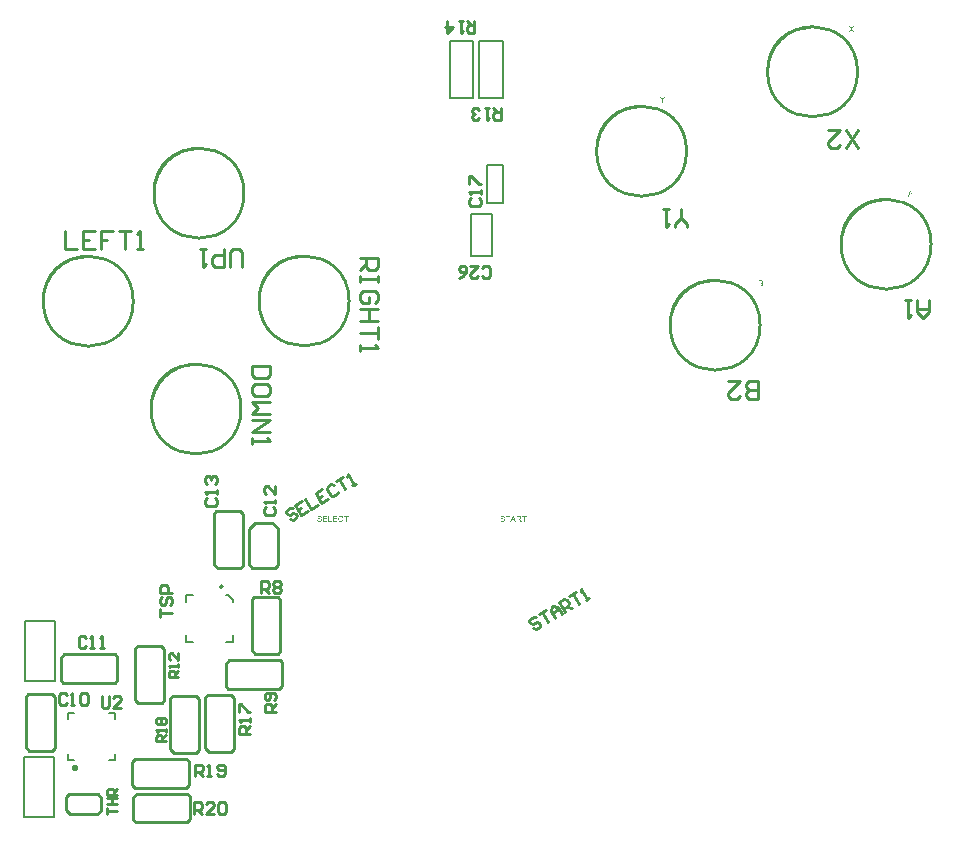
<source format=gto>
G04 Layer_Color=65535*
%FSLAX44Y44*%
%MOMM*%
G71*
G01*
G75*
%ADD26C,0.2540*%
%ADD74C,0.2000*%
%ADD76C,0.2500*%
%ADD77C,0.1270*%
%ADD78C,0.1524*%
%ADD79C,0.2032*%
G36*
X879564Y543421D02*
X879623D01*
X879682Y543416D01*
X879751Y543405D01*
X879891Y543389D01*
X880046Y543362D01*
X880191Y543325D01*
X880330Y543271D01*
X880335D01*
X880346Y543266D01*
X880362Y543255D01*
X880389Y543245D01*
X880448Y543207D01*
X880528Y543159D01*
X880614Y543094D01*
X880700Y543014D01*
X880786Y542918D01*
X880866Y542810D01*
Y542805D01*
X880877Y542794D01*
X880882Y542778D01*
X880898Y542757D01*
X880914Y542730D01*
X880930Y542692D01*
X880968Y542612D01*
X881000Y542516D01*
X881032Y542403D01*
X881054Y542285D01*
X881064Y542156D01*
Y542151D01*
Y542141D01*
Y542124D01*
Y542103D01*
X881054Y542044D01*
X881043Y541964D01*
X881021Y541872D01*
X880989Y541771D01*
X880946Y541669D01*
X880888Y541562D01*
Y541556D01*
X880882Y541551D01*
X880871Y541535D01*
X880855Y541513D01*
X880818Y541465D01*
X880759Y541401D01*
X880689Y541331D01*
X880598Y541256D01*
X880496Y541181D01*
X880373Y541111D01*
X880378D01*
X880394Y541106D01*
X880416Y541095D01*
X880448Y541085D01*
X880486Y541069D01*
X880528Y541053D01*
X880625Y541004D01*
X880737Y540945D01*
X880850Y540865D01*
X880963Y540774D01*
X881059Y540661D01*
X881064Y540656D01*
X881070Y540645D01*
X881080Y540629D01*
X881096Y540608D01*
X881118Y540575D01*
X881139Y540538D01*
X881161Y540495D01*
X881182Y540447D01*
X881225Y540340D01*
X881268Y540211D01*
X881295Y540066D01*
X881305Y539991D01*
Y539911D01*
Y539906D01*
Y539895D01*
Y539879D01*
Y539852D01*
X881300Y539820D01*
Y539788D01*
X881289Y539702D01*
X881268Y539600D01*
X881241Y539493D01*
X881204Y539375D01*
X881155Y539263D01*
Y539257D01*
X881150Y539252D01*
X881139Y539236D01*
X881129Y539214D01*
X881096Y539161D01*
X881054Y539096D01*
X881005Y539021D01*
X880941Y538946D01*
X880871Y538871D01*
X880791Y538802D01*
X880780Y538796D01*
X880753Y538775D01*
X880705Y538748D01*
X880641Y538711D01*
X880566Y538673D01*
X880475Y538630D01*
X880368Y538592D01*
X880250Y538560D01*
X880244D01*
X880234Y538555D01*
X880218D01*
X880191Y538550D01*
X880159Y538544D01*
X880121Y538534D01*
X880078Y538528D01*
X880030Y538523D01*
X879976Y538512D01*
X879912Y538507D01*
X879778Y538491D01*
X879623Y538485D01*
X879451Y538480D01*
X877570D01*
Y543427D01*
X879516D01*
X879564Y543421D01*
D02*
G37*
G36*
X675020Y343942D02*
X675079D01*
X675148Y343937D01*
X675229Y343932D01*
X675389Y343916D01*
X675556Y343889D01*
X675716Y343857D01*
X675786Y343835D01*
X675856Y343814D01*
X675861D01*
X675872Y343809D01*
X675888Y343798D01*
X675915Y343787D01*
X675979Y343755D01*
X676054Y343707D01*
X676145Y343642D01*
X676236Y343557D01*
X676327Y343460D01*
X676408Y343342D01*
Y343337D01*
X676419Y343326D01*
X676429Y343310D01*
X676440Y343283D01*
X676456Y343251D01*
X676472Y343214D01*
X676494Y343171D01*
X676515Y343122D01*
X676553Y343010D01*
X676585Y342887D01*
X676606Y342747D01*
X676617Y342597D01*
Y342592D01*
Y342576D01*
Y342544D01*
X676611Y342511D01*
X676606Y342463D01*
X676601Y342410D01*
X676590Y342351D01*
X676574Y342286D01*
X676531Y342147D01*
X676504Y342072D01*
X676472Y341997D01*
X676435Y341922D01*
X676386Y341847D01*
X676333Y341777D01*
X676274Y341708D01*
X676268Y341702D01*
X676258Y341692D01*
X676236Y341675D01*
X676209Y341649D01*
X676172Y341622D01*
X676129Y341590D01*
X676076Y341552D01*
X676011Y341515D01*
X675941Y341477D01*
X675866Y341440D01*
X675781Y341402D01*
X675684Y341365D01*
X675582Y341332D01*
X675470Y341300D01*
X675347Y341273D01*
X675218Y341252D01*
X675223D01*
X675229Y341247D01*
X675261Y341231D01*
X675309Y341204D01*
X675368Y341172D01*
X675432Y341134D01*
X675497Y341097D01*
X675561Y341048D01*
X675615Y341006D01*
X675620Y341000D01*
X675625Y340995D01*
X675641Y340979D01*
X675663Y340957D01*
X675690Y340930D01*
X675722Y340898D01*
X675791Y340823D01*
X675872Y340727D01*
X675963Y340614D01*
X676059Y340486D01*
X676156Y340346D01*
X677013Y339001D01*
X676193D01*
X675540Y340030D01*
X675534Y340036D01*
X675529Y340051D01*
X675513Y340073D01*
X675491Y340105D01*
X675470Y340143D01*
X675438Y340186D01*
X675373Y340282D01*
X675298Y340395D01*
X675223Y340507D01*
X675143Y340614D01*
X675068Y340711D01*
Y340716D01*
X675057Y340722D01*
X675036Y340748D01*
X675004Y340791D01*
X674955Y340839D01*
X674907Y340893D01*
X674848Y340947D01*
X674789Y341000D01*
X674736Y341038D01*
X674730Y341043D01*
X674709Y341054D01*
X674682Y341070D01*
X674644Y341091D01*
X674596Y341113D01*
X674548Y341134D01*
X674494Y341156D01*
X674436Y341172D01*
X674430D01*
X674414Y341177D01*
X674387Y341182D01*
X674350Y341188D01*
X674296D01*
X674232Y341193D01*
X674157Y341199D01*
X673315D01*
Y339001D01*
X672662D01*
Y343948D01*
X674961D01*
X675020Y343942D01*
D02*
G37*
G36*
X672131Y339001D02*
X671386D01*
X670813Y340496D01*
X668733D01*
X668197Y339001D01*
X667506D01*
X669398Y343948D01*
X670105D01*
X672131Y339001D01*
D02*
G37*
G36*
X956675Y756593D02*
X958530Y753999D01*
X957731D01*
X956477Y755762D01*
X956472Y755768D01*
X956461Y755789D01*
X956440Y755816D01*
X956413Y755859D01*
X956381Y755902D01*
X956349Y755950D01*
X956273Y756062D01*
Y756057D01*
X956268Y756052D01*
X956247Y756020D01*
X956220Y755977D01*
X956182Y755923D01*
X956102Y755810D01*
X956070Y755757D01*
X956038Y755714D01*
X954784Y753999D01*
X953996D01*
X955909Y756561D01*
X954221Y758946D01*
X954998D01*
X955904Y757675D01*
X955909Y757670D01*
X955914Y757660D01*
X955930Y757638D01*
X955952Y757611D01*
X955973Y757579D01*
X956000Y757542D01*
X956059Y757456D01*
X956124Y757354D01*
X956188Y757258D01*
X956252Y757156D01*
X956300Y757070D01*
Y757075D01*
X956306Y757081D01*
X956316Y757097D01*
X956332Y757118D01*
X956365Y757166D01*
X956413Y757236D01*
X956472Y757322D01*
X956536Y757418D01*
X956617Y757520D01*
X956697Y757627D01*
X957683Y758946D01*
X958396D01*
X956675Y756593D01*
D02*
G37*
G36*
X681183Y343364D02*
X679554D01*
Y339001D01*
X678900D01*
Y343364D01*
X677271D01*
Y343948D01*
X681183D01*
Y343364D01*
D02*
G37*
G36*
X661064Y344028D02*
X661123Y344023D01*
X661182Y344017D01*
X661251Y344012D01*
X661402Y343991D01*
X661568Y343959D01*
X661734Y343910D01*
X661895Y343851D01*
X661900D01*
X661911Y343841D01*
X661937Y343835D01*
X661964Y343819D01*
X661996Y343798D01*
X662039Y343776D01*
X662130Y343723D01*
X662237Y343648D01*
X662345Y343557D01*
X662447Y343455D01*
X662538Y343331D01*
X662543Y343326D01*
X662548Y343315D01*
X662559Y343299D01*
X662575Y343273D01*
X662591Y343240D01*
X662613Y343203D01*
X662629Y343155D01*
X662656Y343106D01*
X662698Y342994D01*
X662736Y342860D01*
X662768Y342715D01*
X662784Y342554D01*
X662157Y342506D01*
Y342511D01*
X662152Y342528D01*
Y342549D01*
X662146Y342581D01*
X662136Y342624D01*
X662125Y342667D01*
X662093Y342769D01*
X662050Y342881D01*
X661986Y342999D01*
X661911Y343112D01*
X661862Y343160D01*
X661809Y343208D01*
X661803Y343214D01*
X661798Y343219D01*
X661777Y343230D01*
X661755Y343246D01*
X661723Y343262D01*
X661685Y343283D01*
X661643Y343305D01*
X661594Y343331D01*
X661535Y343353D01*
X661471Y343374D01*
X661402Y343396D01*
X661326Y343412D01*
X661241Y343428D01*
X661150Y343439D01*
X661053Y343449D01*
X660898D01*
X660855Y343444D01*
X660807D01*
X660753Y343439D01*
X660689Y343433D01*
X660624Y343423D01*
X660480Y343396D01*
X660340Y343358D01*
X660206Y343305D01*
X660142Y343267D01*
X660088Y343230D01*
X660083D01*
X660078Y343219D01*
X660045Y343192D01*
X660003Y343144D01*
X659954Y343080D01*
X659906Y343005D01*
X659863Y342914D01*
X659831Y342817D01*
X659826Y342763D01*
X659820Y342704D01*
Y342699D01*
Y342694D01*
X659826Y342662D01*
X659831Y342613D01*
X659842Y342554D01*
X659869Y342485D01*
X659901Y342410D01*
X659944Y342340D01*
X660008Y342270D01*
X660019Y342265D01*
X660030Y342254D01*
X660051Y342238D01*
X660078Y342222D01*
X660110Y342206D01*
X660153Y342185D01*
X660201Y342158D01*
X660260Y342131D01*
X660330Y342104D01*
X660410Y342077D01*
X660501Y342045D01*
X660608Y342013D01*
X660721Y341981D01*
X660850Y341943D01*
X660994Y341911D01*
X661005D01*
X661032Y341906D01*
X661069Y341895D01*
X661123Y341879D01*
X661187Y341868D01*
X661262Y341847D01*
X661342Y341831D01*
X661428Y341804D01*
X661610Y341756D01*
X661793Y341708D01*
X661879Y341681D01*
X661954Y341654D01*
X662029Y341627D01*
X662087Y341600D01*
X662093D01*
X662109Y341590D01*
X662130Y341579D01*
X662157Y341563D01*
X662195Y341547D01*
X662237Y341520D01*
X662329Y341461D01*
X662436Y341391D01*
X662538Y341306D01*
X662639Y341204D01*
X662682Y341150D01*
X662725Y341097D01*
Y341091D01*
X662736Y341081D01*
X662747Y341064D01*
X662757Y341043D01*
X662774Y341016D01*
X662790Y340979D01*
X662832Y340893D01*
X662870Y340791D01*
X662902Y340673D01*
X662924Y340539D01*
X662934Y340395D01*
Y340389D01*
Y340378D01*
Y340357D01*
X662929Y340330D01*
Y340293D01*
X662924Y340255D01*
X662907Y340153D01*
X662881Y340041D01*
X662838Y339918D01*
X662779Y339789D01*
X662747Y339719D01*
X662704Y339655D01*
Y339650D01*
X662693Y339639D01*
X662682Y339623D01*
X662661Y339596D01*
X662613Y339537D01*
X662538Y339457D01*
X662447Y339371D01*
X662334Y339280D01*
X662205Y339194D01*
X662055Y339114D01*
X662050D01*
X662034Y339103D01*
X662012Y339098D01*
X661980Y339081D01*
X661943Y339071D01*
X661895Y339055D01*
X661841Y339033D01*
X661777Y339017D01*
X661712Y339001D01*
X661637Y338980D01*
X661477Y338953D01*
X661300Y338931D01*
X661107Y338921D01*
X661042D01*
X660994Y338926D01*
X660935D01*
X660871Y338931D01*
X660796Y338937D01*
X660710Y338947D01*
X660533Y338969D01*
X660346Y339001D01*
X660158Y339049D01*
X659976Y339114D01*
X659970D01*
X659954Y339124D01*
X659933Y339135D01*
X659901Y339151D01*
X659863Y339173D01*
X659820Y339194D01*
X659719Y339258D01*
X659606Y339339D01*
X659488Y339441D01*
X659370Y339558D01*
X659268Y339698D01*
X659263Y339703D01*
X659258Y339714D01*
X659247Y339735D01*
X659231Y339767D01*
X659210Y339805D01*
X659188Y339848D01*
X659161Y339902D01*
X659140Y339960D01*
X659113Y340019D01*
X659092Y340089D01*
X659049Y340244D01*
X659016Y340411D01*
X659006Y340502D01*
X659000Y340593D01*
X659617Y340646D01*
Y340641D01*
Y340630D01*
X659622Y340609D01*
X659628Y340582D01*
X659633Y340550D01*
X659638Y340518D01*
X659660Y340427D01*
X659687Y340330D01*
X659719Y340228D01*
X659762Y340127D01*
X659815Y340030D01*
X659820Y340019D01*
X659847Y339993D01*
X659885Y339950D01*
X659938Y339896D01*
X660008Y339832D01*
X660094Y339773D01*
X660196Y339709D01*
X660313Y339650D01*
X660319D01*
X660330Y339644D01*
X660346Y339639D01*
X660372Y339628D01*
X660405Y339617D01*
X660442Y339601D01*
X660485Y339591D01*
X660533Y339580D01*
X660646Y339553D01*
X660780Y339526D01*
X660919Y339510D01*
X661075Y339505D01*
X661139D01*
X661171Y339510D01*
X661208D01*
X661294Y339521D01*
X661396Y339532D01*
X661509Y339548D01*
X661621Y339575D01*
X661728Y339612D01*
X661734D01*
X661739Y339617D01*
X661755Y339623D01*
X661777Y339633D01*
X661825Y339660D01*
X661889Y339692D01*
X661959Y339735D01*
X662034Y339789D01*
X662098Y339848D01*
X662157Y339918D01*
X662162Y339928D01*
X662179Y339950D01*
X662205Y339993D01*
X662232Y340046D01*
X662254Y340111D01*
X662280Y340180D01*
X662297Y340261D01*
X662302Y340341D01*
Y340346D01*
Y340352D01*
Y340378D01*
X662297Y340427D01*
X662286Y340480D01*
X662270Y340545D01*
X662243Y340614D01*
X662211Y340684D01*
X662162Y340748D01*
X662157Y340754D01*
X662136Y340775D01*
X662104Y340807D01*
X662055Y340850D01*
X661996Y340893D01*
X661916Y340941D01*
X661825Y340989D01*
X661718Y341038D01*
X661707Y341043D01*
X661696Y341048D01*
X661675Y341054D01*
X661653Y341059D01*
X661621Y341070D01*
X661578Y341086D01*
X661535Y341097D01*
X661477Y341113D01*
X661417Y341134D01*
X661342Y341150D01*
X661262Y341172D01*
X661171Y341199D01*
X661075Y341220D01*
X660962Y341252D01*
X660839Y341279D01*
X660833D01*
X660812Y341284D01*
X660774Y341295D01*
X660732Y341306D01*
X660673Y341322D01*
X660608Y341338D01*
X660544Y341359D01*
X660469Y341381D01*
X660308Y341429D01*
X660153Y341483D01*
X660078Y341509D01*
X660008Y341536D01*
X659944Y341563D01*
X659890Y341590D01*
X659885D01*
X659874Y341600D01*
X659858Y341611D01*
X659831Y341622D01*
X659767Y341659D01*
X659692Y341713D01*
X659601Y341783D01*
X659515Y341858D01*
X659429Y341949D01*
X659360Y342045D01*
Y342051D01*
X659354Y342056D01*
X659343Y342072D01*
X659333Y342094D01*
X659306Y342152D01*
X659274Y342228D01*
X659242Y342319D01*
X659215Y342426D01*
X659193Y342544D01*
X659188Y342667D01*
Y342672D01*
Y342683D01*
Y342704D01*
X659193Y342731D01*
Y342763D01*
X659199Y342801D01*
X659215Y342897D01*
X659242Y343005D01*
X659274Y343117D01*
X659327Y343240D01*
X659397Y343364D01*
Y343369D01*
X659408Y343380D01*
X659418Y343396D01*
X659435Y343417D01*
X659488Y343476D01*
X659558Y343551D01*
X659644Y343632D01*
X659751Y343712D01*
X659874Y343792D01*
X660019Y343862D01*
X660024D01*
X660035Y343867D01*
X660062Y343878D01*
X660088Y343889D01*
X660126Y343900D01*
X660174Y343916D01*
X660228Y343932D01*
X660287Y343948D01*
X660351Y343964D01*
X660421Y343980D01*
X660571Y344007D01*
X660742Y344028D01*
X660925Y344034D01*
X661016D01*
X661064Y344028D01*
D02*
G37*
G36*
X796561Y696089D02*
Y693999D01*
X795907D01*
Y696089D01*
X793999Y698946D01*
X794792D01*
X795768Y697451D01*
X795773Y697445D01*
X795778Y697434D01*
X795794Y697408D01*
X795816Y697381D01*
X795837Y697343D01*
X795864Y697295D01*
X795896Y697247D01*
X795934Y697188D01*
X796009Y697065D01*
X796094Y696925D01*
X796186Y696775D01*
X796271Y696620D01*
X796277Y696625D01*
X796282Y696636D01*
X796293Y696657D01*
X796314Y696690D01*
X796336Y696722D01*
X796357Y696765D01*
X796389Y696818D01*
X796421Y696872D01*
X796459Y696931D01*
X796502Y697000D01*
X796593Y697145D01*
X796700Y697311D01*
X796813Y697488D01*
X797772Y698946D01*
X798533D01*
X796561Y696089D01*
D02*
G37*
G36*
X1008626Y613999D02*
X1007881D01*
X1007308Y615495D01*
X1005228D01*
X1004692Y613999D01*
X1004001D01*
X1005893Y618946D01*
X1006600D01*
X1008626Y613999D01*
D02*
G37*
G36*
X530416Y343364D02*
X528787D01*
Y339001D01*
X528133D01*
Y343364D01*
X526504D01*
Y343948D01*
X530416D01*
Y343364D01*
D02*
G37*
G36*
X524151Y344028D02*
X524215Y344023D01*
X524290Y344012D01*
X524371Y344001D01*
X524462Y343985D01*
X524558Y343964D01*
X524660Y343942D01*
X524762Y343910D01*
X524869Y343873D01*
X524976Y343830D01*
X525078Y343776D01*
X525180Y343723D01*
X525276Y343653D01*
X525282Y343648D01*
X525298Y343637D01*
X525325Y343615D01*
X525357Y343583D01*
X525400Y343546D01*
X525448Y343498D01*
X525496Y343444D01*
X525555Y343380D01*
X525614Y343310D01*
X525673Y343230D01*
X525732Y343144D01*
X525785Y343047D01*
X525844Y342946D01*
X525893Y342833D01*
X525941Y342715D01*
X525984Y342592D01*
X525341Y342442D01*
Y342447D01*
X525330Y342463D01*
X525325Y342495D01*
X525308Y342533D01*
X525292Y342576D01*
X525266Y342624D01*
X525212Y342742D01*
X525142Y342871D01*
X525051Y343005D01*
X524955Y343128D01*
X524896Y343181D01*
X524837Y343230D01*
X524832Y343235D01*
X524821Y343240D01*
X524805Y343251D01*
X524778Y343267D01*
X524746Y343289D01*
X524708Y343310D01*
X524665Y343331D01*
X524612Y343353D01*
X524553Y343374D01*
X524494Y343396D01*
X524355Y343439D01*
X524194Y343465D01*
X524108Y343476D01*
X523963D01*
X523920Y343471D01*
X523872Y343465D01*
X523813Y343460D01*
X523749Y343455D01*
X523685Y343444D01*
X523529Y343406D01*
X523368Y343358D01*
X523288Y343326D01*
X523208Y343289D01*
X523133Y343246D01*
X523058Y343198D01*
X523052Y343192D01*
X523041Y343187D01*
X523020Y343171D01*
X522993Y343149D01*
X522966Y343122D01*
X522929Y343085D01*
X522891Y343047D01*
X522849Y343005D01*
X522806Y342951D01*
X522757Y342897D01*
X522672Y342774D01*
X522591Y342629D01*
X522522Y342463D01*
Y342458D01*
X522516Y342442D01*
X522505Y342415D01*
X522500Y342383D01*
X522489Y342340D01*
X522473Y342292D01*
X522463Y342233D01*
X522447Y342174D01*
X522430Y342104D01*
X522420Y342029D01*
X522393Y341868D01*
X522377Y341697D01*
X522371Y341515D01*
Y341509D01*
Y341488D01*
Y341456D01*
X522377Y341408D01*
Y341354D01*
X522382Y341290D01*
X522388Y341220D01*
X522393Y341139D01*
X522404Y341054D01*
X522414Y340968D01*
X522447Y340780D01*
X522495Y340593D01*
X522554Y340411D01*
Y340405D01*
X522565Y340389D01*
X522575Y340368D01*
X522586Y340336D01*
X522607Y340293D01*
X522634Y340250D01*
X522693Y340148D01*
X522774Y340030D01*
X522870Y339918D01*
X522988Y339805D01*
X523052Y339757D01*
X523122Y339709D01*
X523127D01*
X523138Y339698D01*
X523159Y339687D01*
X523191Y339671D01*
X523229Y339655D01*
X523272Y339633D01*
X523320Y339617D01*
X523374Y339596D01*
X523497Y339553D01*
X523642Y339516D01*
X523797Y339489D01*
X523877Y339483D01*
X523963Y339478D01*
X524017D01*
X524054Y339483D01*
X524103Y339489D01*
X524156Y339494D01*
X524221Y339505D01*
X524285Y339516D01*
X524435Y339553D01*
X524510Y339580D01*
X524590Y339612D01*
X524671Y339650D01*
X524746Y339692D01*
X524821Y339741D01*
X524896Y339794D01*
X524901Y339800D01*
X524912Y339810D01*
X524933Y339826D01*
X524960Y339853D01*
X524987Y339885D01*
X525024Y339928D01*
X525062Y339977D01*
X525105Y340030D01*
X525148Y340094D01*
X525191Y340164D01*
X525233Y340239D01*
X525276Y340325D01*
X525314Y340416D01*
X525351Y340518D01*
X525389Y340625D01*
X525416Y340737D01*
X526069Y340571D01*
Y340561D01*
X526059Y340534D01*
X526048Y340496D01*
X526027Y340437D01*
X526005Y340373D01*
X525973Y340293D01*
X525941Y340207D01*
X525898Y340116D01*
X525850Y340014D01*
X525796Y339918D01*
X525737Y339810D01*
X525668Y339709D01*
X525592Y339612D01*
X525512Y339516D01*
X525421Y339425D01*
X525325Y339339D01*
X525319Y339333D01*
X525298Y339323D01*
X525271Y339301D01*
X525228Y339274D01*
X525180Y339242D01*
X525116Y339205D01*
X525046Y339167D01*
X524960Y339130D01*
X524869Y339092D01*
X524772Y339055D01*
X524665Y339017D01*
X524547Y338985D01*
X524424Y338958D01*
X524296Y338937D01*
X524162Y338926D01*
X524017Y338921D01*
X523942D01*
X523883Y338926D01*
X523819Y338931D01*
X523738Y338937D01*
X523652Y338947D01*
X523556Y338964D01*
X523454Y338980D01*
X523347Y339001D01*
X523240Y339028D01*
X523133Y339055D01*
X523020Y339092D01*
X522913Y339135D01*
X522811Y339183D01*
X522715Y339242D01*
X522709Y339248D01*
X522693Y339258D01*
X522666Y339274D01*
X522634Y339301D01*
X522591Y339339D01*
X522543Y339376D01*
X522489Y339425D01*
X522430Y339483D01*
X522371Y339548D01*
X522307Y339617D01*
X522248Y339692D01*
X522184Y339778D01*
X522120Y339869D01*
X522061Y339966D01*
X522007Y340073D01*
X521954Y340186D01*
X521948Y340191D01*
X521943Y340212D01*
X521932Y340250D01*
X521916Y340293D01*
X521894Y340352D01*
X521873Y340416D01*
X521852Y340496D01*
X521825Y340582D01*
X521803Y340679D01*
X521777Y340780D01*
X521755Y340888D01*
X521739Y341006D01*
X521707Y341252D01*
X521702Y341381D01*
X521696Y341509D01*
Y341520D01*
Y341541D01*
Y341584D01*
X521702Y341638D01*
X521707Y341708D01*
X521712Y341788D01*
X521723Y341874D01*
X521734Y341970D01*
X521750Y342072D01*
X521766Y342179D01*
X521819Y342410D01*
X521857Y342522D01*
X521894Y342635D01*
X521937Y342753D01*
X521991Y342860D01*
X521996Y342865D01*
X522007Y342887D01*
X522023Y342914D01*
X522045Y342956D01*
X522077Y343005D01*
X522114Y343058D01*
X522157Y343117D01*
X522205Y343187D01*
X522264Y343251D01*
X522323Y343326D01*
X522393Y343396D01*
X522468Y343471D01*
X522548Y343540D01*
X522634Y343610D01*
X522731Y343675D01*
X522827Y343733D01*
X522832Y343739D01*
X522854Y343744D01*
X522881Y343760D01*
X522924Y343782D01*
X522972Y343803D01*
X523036Y343830D01*
X523106Y343857D01*
X523181Y343884D01*
X523266Y343910D01*
X523363Y343937D01*
X523460Y343964D01*
X523567Y343985D01*
X523786Y344023D01*
X523904Y344028D01*
X524028Y344034D01*
X524097D01*
X524151Y344028D01*
D02*
G37*
G36*
X506063D02*
X506122Y344023D01*
X506181Y344017D01*
X506250Y344012D01*
X506400Y343991D01*
X506567Y343959D01*
X506733Y343910D01*
X506894Y343851D01*
X506899D01*
X506910Y343841D01*
X506936Y343835D01*
X506963Y343819D01*
X506995Y343798D01*
X507038Y343776D01*
X507129Y343723D01*
X507237Y343648D01*
X507344Y343557D01*
X507446Y343455D01*
X507537Y343331D01*
X507542Y343326D01*
X507547Y343315D01*
X507558Y343299D01*
X507574Y343273D01*
X507590Y343240D01*
X507612Y343203D01*
X507628Y343155D01*
X507655Y343106D01*
X507697Y342994D01*
X507735Y342860D01*
X507767Y342715D01*
X507783Y342554D01*
X507156Y342506D01*
Y342511D01*
X507151Y342528D01*
Y342549D01*
X507146Y342581D01*
X507135Y342624D01*
X507124Y342667D01*
X507092Y342769D01*
X507049Y342881D01*
X506985Y342999D01*
X506910Y343112D01*
X506861Y343160D01*
X506808Y343208D01*
X506802Y343214D01*
X506797Y343219D01*
X506776Y343230D01*
X506754Y343246D01*
X506722Y343262D01*
X506685Y343283D01*
X506642Y343305D01*
X506593Y343331D01*
X506535Y343353D01*
X506470Y343374D01*
X506400Y343396D01*
X506325Y343412D01*
X506240Y343428D01*
X506149Y343439D01*
X506052Y343449D01*
X505897D01*
X505854Y343444D01*
X505806D01*
X505752Y343439D01*
X505688Y343433D01*
X505623Y343423D01*
X505479Y343396D01*
X505339Y343358D01*
X505205Y343305D01*
X505141Y343267D01*
X505088Y343230D01*
X505082D01*
X505077Y343219D01*
X505045Y343192D01*
X505002Y343144D01*
X504953Y343080D01*
X504905Y343005D01*
X504862Y342914D01*
X504830Y342817D01*
X504825Y342763D01*
X504819Y342704D01*
Y342699D01*
Y342694D01*
X504825Y342662D01*
X504830Y342613D01*
X504841Y342554D01*
X504868Y342485D01*
X504900Y342410D01*
X504943Y342340D01*
X505007Y342270D01*
X505018Y342265D01*
X505028Y342254D01*
X505050Y342238D01*
X505077Y342222D01*
X505109Y342206D01*
X505152Y342185D01*
X505200Y342158D01*
X505259Y342131D01*
X505329Y342104D01*
X505409Y342077D01*
X505500Y342045D01*
X505607Y342013D01*
X505720Y341981D01*
X505849Y341943D01*
X505993Y341911D01*
X506004D01*
X506031Y341906D01*
X506068Y341895D01*
X506122Y341879D01*
X506186Y341868D01*
X506261Y341847D01*
X506342Y341831D01*
X506427Y341804D01*
X506609Y341756D01*
X506792Y341708D01*
X506878Y341681D01*
X506953Y341654D01*
X507028Y341627D01*
X507086Y341600D01*
X507092D01*
X507108Y341590D01*
X507129Y341579D01*
X507156Y341563D01*
X507194Y341547D01*
X507237Y341520D01*
X507328Y341461D01*
X507435Y341391D01*
X507537Y341306D01*
X507639Y341204D01*
X507681Y341150D01*
X507724Y341097D01*
Y341091D01*
X507735Y341081D01*
X507746Y341064D01*
X507756Y341043D01*
X507772Y341016D01*
X507789Y340979D01*
X507831Y340893D01*
X507869Y340791D01*
X507901Y340673D01*
X507923Y340539D01*
X507933Y340395D01*
Y340389D01*
Y340378D01*
Y340357D01*
X507928Y340330D01*
Y340293D01*
X507923Y340255D01*
X507906Y340153D01*
X507880Y340041D01*
X507837Y339918D01*
X507778Y339789D01*
X507746Y339719D01*
X507703Y339655D01*
Y339650D01*
X507692Y339639D01*
X507681Y339623D01*
X507660Y339596D01*
X507612Y339537D01*
X507537Y339457D01*
X507446Y339371D01*
X507333Y339280D01*
X507204Y339194D01*
X507054Y339114D01*
X507049D01*
X507033Y339103D01*
X507011Y339098D01*
X506979Y339081D01*
X506942Y339071D01*
X506894Y339055D01*
X506840Y339033D01*
X506776Y339017D01*
X506711Y339001D01*
X506636Y338980D01*
X506475Y338953D01*
X506299Y338931D01*
X506106Y338921D01*
X506041D01*
X505993Y338926D01*
X505934D01*
X505870Y338931D01*
X505795Y338937D01*
X505709Y338947D01*
X505532Y338969D01*
X505345Y339001D01*
X505157Y339049D01*
X504975Y339114D01*
X504970D01*
X504953Y339124D01*
X504932Y339135D01*
X504900Y339151D01*
X504862Y339173D01*
X504819Y339194D01*
X504718Y339258D01*
X504605Y339339D01*
X504487Y339441D01*
X504369Y339558D01*
X504268Y339698D01*
X504262Y339703D01*
X504257Y339714D01*
X504246Y339735D01*
X504230Y339767D01*
X504208Y339805D01*
X504187Y339848D01*
X504160Y339902D01*
X504139Y339960D01*
X504112Y340019D01*
X504091Y340089D01*
X504048Y340244D01*
X504016Y340411D01*
X504005Y340502D01*
X503999Y340593D01*
X504616Y340646D01*
Y340641D01*
Y340630D01*
X504621Y340609D01*
X504627Y340582D01*
X504632Y340550D01*
X504637Y340518D01*
X504659Y340427D01*
X504686Y340330D01*
X504718Y340228D01*
X504761Y340127D01*
X504814Y340030D01*
X504819Y340019D01*
X504846Y339993D01*
X504884Y339950D01*
X504937Y339896D01*
X505007Y339832D01*
X505093Y339773D01*
X505195Y339709D01*
X505313Y339650D01*
X505318D01*
X505329Y339644D01*
X505345Y339639D01*
X505372Y339628D01*
X505404Y339617D01*
X505441Y339601D01*
X505484Y339591D01*
X505532Y339580D01*
X505645Y339553D01*
X505779Y339526D01*
X505918Y339510D01*
X506074Y339505D01*
X506138D01*
X506170Y339510D01*
X506208D01*
X506293Y339521D01*
X506395Y339532D01*
X506508Y339548D01*
X506620Y339575D01*
X506727Y339612D01*
X506733D01*
X506738Y339617D01*
X506754Y339623D01*
X506776Y339633D01*
X506824Y339660D01*
X506888Y339692D01*
X506958Y339735D01*
X507033Y339789D01*
X507097Y339848D01*
X507156Y339918D01*
X507161Y339928D01*
X507178Y339950D01*
X507204Y339993D01*
X507231Y340046D01*
X507253Y340111D01*
X507280Y340180D01*
X507295Y340261D01*
X507301Y340341D01*
Y340346D01*
Y340352D01*
Y340378D01*
X507295Y340427D01*
X507285Y340480D01*
X507269Y340545D01*
X507242Y340614D01*
X507210Y340684D01*
X507161Y340748D01*
X507156Y340754D01*
X507135Y340775D01*
X507103Y340807D01*
X507054Y340850D01*
X506995Y340893D01*
X506915Y340941D01*
X506824Y340989D01*
X506717Y341038D01*
X506706Y341043D01*
X506695Y341048D01*
X506674Y341054D01*
X506652Y341059D01*
X506620Y341070D01*
X506577Y341086D01*
X506535Y341097D01*
X506475Y341113D01*
X506417Y341134D01*
X506342Y341150D01*
X506261Y341172D01*
X506170Y341199D01*
X506074Y341220D01*
X505961Y341252D01*
X505838Y341279D01*
X505832D01*
X505811Y341284D01*
X505774Y341295D01*
X505731Y341306D01*
X505672Y341322D01*
X505607Y341338D01*
X505543Y341359D01*
X505468Y341381D01*
X505307Y341429D01*
X505152Y341483D01*
X505077Y341509D01*
X505007Y341536D01*
X504943Y341563D01*
X504889Y341590D01*
X504884D01*
X504873Y341600D01*
X504857Y341611D01*
X504830Y341622D01*
X504766Y341659D01*
X504691Y341713D01*
X504600Y341783D01*
X504514Y341858D01*
X504428Y341949D01*
X504359Y342045D01*
Y342051D01*
X504353Y342056D01*
X504342Y342072D01*
X504332Y342094D01*
X504305Y342152D01*
X504273Y342228D01*
X504241Y342319D01*
X504214Y342426D01*
X504192Y342544D01*
X504187Y342667D01*
Y342672D01*
Y342683D01*
Y342704D01*
X504192Y342731D01*
Y342763D01*
X504198Y342801D01*
X504214Y342897D01*
X504241Y343005D01*
X504273Y343117D01*
X504326Y343240D01*
X504396Y343364D01*
Y343369D01*
X504407Y343380D01*
X504417Y343396D01*
X504434Y343417D01*
X504487Y343476D01*
X504557Y343551D01*
X504643Y343632D01*
X504750Y343712D01*
X504873Y343792D01*
X505018Y343862D01*
X505023D01*
X505034Y343867D01*
X505061Y343878D01*
X505088Y343889D01*
X505125Y343900D01*
X505173Y343916D01*
X505227Y343932D01*
X505286Y343948D01*
X505350Y343964D01*
X505420Y343980D01*
X505570Y344007D01*
X505741Y344028D01*
X505924Y344034D01*
X506015D01*
X506063Y344028D01*
D02*
G37*
G36*
X520871Y343364D02*
X517945D01*
Y341852D01*
X520683D01*
Y341268D01*
X517945D01*
Y339585D01*
X520983D01*
Y339001D01*
X517291D01*
Y343948D01*
X520871D01*
Y343364D01*
D02*
G37*
G36*
X667366D02*
X665737D01*
Y339001D01*
X665083D01*
Y343364D01*
X663454D01*
Y343948D01*
X667366D01*
Y343364D01*
D02*
G37*
G36*
X512419D02*
X509493D01*
Y341852D01*
X512231D01*
Y341268D01*
X509493D01*
Y339585D01*
X512532D01*
Y339001D01*
X508839D01*
Y343948D01*
X512419D01*
Y343364D01*
D02*
G37*
G36*
X514059Y339585D02*
X516498D01*
Y339001D01*
X513405D01*
Y343948D01*
X514059D01*
Y339585D01*
D02*
G37*
%LPC*%
G36*
X879306Y542843D02*
X878224D01*
Y541347D01*
X879398D01*
X879440Y541353D01*
X879531D01*
X879633Y541358D01*
X879741Y541369D01*
X879837Y541385D01*
X879880Y541390D01*
X879917Y541401D01*
X879923D01*
X879928Y541406D01*
X879960Y541417D01*
X880003Y541433D01*
X880057Y541460D01*
X880116Y541492D01*
X880180Y541535D01*
X880239Y541589D01*
X880293Y541647D01*
X880298Y541658D01*
X880314Y541680D01*
X880335Y541717D01*
X880357Y541765D01*
X880378Y541830D01*
X880400Y541905D01*
X880416Y541985D01*
X880421Y542081D01*
Y542087D01*
Y542092D01*
Y542124D01*
X880416Y542167D01*
X880405Y542226D01*
X880389Y542296D01*
X880368Y542371D01*
X880341Y542446D01*
X880298Y542516D01*
X880293Y542526D01*
X880276Y542548D01*
X880250Y542580D01*
X880212Y542617D01*
X880164Y542660D01*
X880105Y542703D01*
X880041Y542741D01*
X879960Y542773D01*
X879950Y542778D01*
X879939D01*
X879917Y542784D01*
X879896Y542789D01*
X879864Y542794D01*
X879826Y542800D01*
X879789Y542810D01*
X879741Y542816D01*
X879682Y542821D01*
X879623Y542826D01*
X879553Y542832D01*
X879478Y542837D01*
X879398D01*
X879306Y542843D01*
D02*
G37*
G36*
X879365Y540763D02*
X878224D01*
Y539064D01*
X879564D01*
X879633Y539070D01*
X879703D01*
X879778Y539075D01*
X879848Y539080D01*
X879901Y539086D01*
X879912D01*
X879939Y539091D01*
X879982Y539102D01*
X880035Y539118D01*
X880094Y539134D01*
X880153Y539161D01*
X880218Y539187D01*
X880276Y539220D01*
X880282Y539225D01*
X880303Y539236D01*
X880330Y539257D01*
X880368Y539289D01*
X880405Y539327D01*
X880448Y539375D01*
X880491Y539429D01*
X880528Y539493D01*
X880534Y539504D01*
X880545Y539525D01*
X880561Y539563D01*
X880582Y539616D01*
X880598Y539675D01*
X880614Y539745D01*
X880625Y539825D01*
X880630Y539911D01*
Y539916D01*
Y539922D01*
Y539938D01*
Y539959D01*
X880625Y540007D01*
X880614Y540077D01*
X880593Y540152D01*
X880571Y540233D01*
X880534Y540313D01*
X880486Y540393D01*
X880480Y540404D01*
X880459Y540425D01*
X880427Y540463D01*
X880384Y540506D01*
X880325Y540554D01*
X880255Y540597D01*
X880180Y540640D01*
X880089Y540677D01*
X880084D01*
X880078Y540683D01*
X880062Y540688D01*
X880041Y540693D01*
X880014Y540699D01*
X879987Y540704D01*
X879950Y540715D01*
X879907Y540720D01*
X879853Y540731D01*
X879799Y540736D01*
X879741Y540742D01*
X879676Y540752D01*
X879531Y540758D01*
X879365Y540763D01*
D02*
G37*
G36*
X674982Y343401D02*
X673315D01*
Y341767D01*
X674795D01*
X674832Y341772D01*
X674875D01*
X674977Y341777D01*
X675089Y341788D01*
X675207Y341804D01*
X675320Y341825D01*
X675422Y341858D01*
X675427D01*
X675432Y341863D01*
X675464Y341874D01*
X675507Y341895D01*
X675566Y341927D01*
X675625Y341970D01*
X675690Y342018D01*
X675754Y342083D01*
X675807Y342152D01*
X675813Y342163D01*
X675829Y342190D01*
X675850Y342228D01*
X675877Y342286D01*
X675899Y342351D01*
X675920Y342426D01*
X675936Y342511D01*
X675941Y342597D01*
Y342603D01*
Y342613D01*
Y342629D01*
X675936Y342656D01*
Y342683D01*
X675931Y342720D01*
X675909Y342801D01*
X675877Y342892D01*
X675834Y342989D01*
X675770Y343080D01*
X675727Y343128D01*
X675684Y343171D01*
X675679Y343176D01*
X675674Y343181D01*
X675658Y343192D01*
X675636Y343208D01*
X675609Y343224D01*
X675572Y343246D01*
X675534Y343267D01*
X675486Y343289D01*
X675432Y343310D01*
X675373Y343326D01*
X675309Y343348D01*
X675239Y343364D01*
X675159Y343380D01*
X675073Y343390D01*
X674982Y343401D01*
D02*
G37*
G36*
X669735Y343433D02*
Y343428D01*
X669730Y343412D01*
X669725Y343385D01*
X669719Y343353D01*
X669708Y343305D01*
X669698Y343256D01*
X669682Y343198D01*
X669666Y343133D01*
X669650Y343064D01*
X669628Y342989D01*
X669580Y342828D01*
X669526Y342656D01*
X669467Y342479D01*
X668921Y341027D01*
X670609D01*
X670089Y342399D01*
Y342404D01*
X670078Y342426D01*
X670068Y342458D01*
X670051Y342506D01*
X670030Y342554D01*
X670009Y342619D01*
X669982Y342688D01*
X669955Y342763D01*
X669902Y342929D01*
X669843Y343101D01*
X669784Y343273D01*
X669735Y343433D01*
D02*
G37*
G36*
X1006231Y618432D02*
Y618426D01*
X1006225Y618410D01*
X1006220Y618383D01*
X1006215Y618351D01*
X1006204Y618303D01*
X1006193Y618255D01*
X1006177Y618196D01*
X1006161Y618131D01*
X1006145Y618062D01*
X1006123Y617987D01*
X1006075Y617826D01*
X1006021Y617654D01*
X1005963Y617477D01*
X1005416Y616025D01*
X1007104D01*
X1006584Y617397D01*
Y617402D01*
X1006574Y617424D01*
X1006563Y617456D01*
X1006547Y617504D01*
X1006525Y617553D01*
X1006504Y617617D01*
X1006477Y617687D01*
X1006450Y617762D01*
X1006397Y617928D01*
X1006338Y618099D01*
X1006279Y618271D01*
X1006231Y618432D01*
D02*
G37*
%LPD*%
D26*
X778510Y690880D02*
G03*
X740410Y652780I0J-38100D01*
G01*
X923290Y758190D02*
G03*
X885190Y720090I0J-38100D01*
G01*
X840740Y543560D02*
G03*
X802640Y505460I0J-38100D01*
G01*
X985520Y612140D02*
G03*
X947420Y572770I635J-38735D01*
G01*
X403860Y655320D02*
G03*
X365760Y617220I0J-38100D01*
G01*
X309880Y563880D02*
G03*
X271780Y525780I0J-38100D01*
G01*
X401320Y472440D02*
G03*
X363220Y434340I0J-38100D01*
G01*
X492760Y563880D02*
G03*
X454660Y527050I-635J-37465D01*
G01*
X297180Y132080D02*
X299720D01*
Y129540D02*
Y132080D01*
X297180Y129540D02*
X299720D01*
X297180D02*
Y132080D01*
X291000Y105750D02*
X293500Y108250D01*
X291000Y95000D02*
Y105750D01*
Y95000D02*
X294500Y91500D01*
X317750D01*
X320750Y94500D01*
Y105500D01*
X318000Y108250D02*
X320750Y105500D01*
X293500Y108250D02*
X318000D01*
X348000Y86750D02*
X350250Y84500D01*
X388000D01*
X348000Y105750D02*
X351000Y108750D01*
X348000Y86750D02*
Y105750D01*
X351000Y108750D02*
X390000D01*
X396000Y87000D02*
Y106750D01*
X386750Y84500D02*
X393500D01*
X396000Y87000D01*
X390000Y108750D02*
X394000D01*
X396000Y106750D01*
X347000Y116250D02*
X349250Y114000D01*
X387000D01*
X347000Y135250D02*
X350000Y138250D01*
X347000Y116250D02*
Y135250D01*
X350000Y138250D02*
X389000D01*
X395000Y116500D02*
Y136250D01*
X385750Y114000D02*
X392500D01*
X395000Y116500D01*
X389000Y138250D02*
X393000D01*
X395000Y136250D01*
X401500Y143500D02*
X403750Y145750D01*
Y183500D01*
X379500Y146500D02*
X382500Y143500D01*
X401500D01*
X379500Y146500D02*
Y185500D01*
X381500Y191500D02*
X401250D01*
X403750Y182250D02*
Y189000D01*
X401250Y191500D02*
X403750Y189000D01*
X379500Y185500D02*
Y189500D01*
X381500Y191500D01*
X431000Y144500D02*
X433250Y146750D01*
Y184500D01*
X409000Y147500D02*
X412000Y144500D01*
X431000D01*
X409000Y147500D02*
Y186500D01*
X411000Y192500D02*
X430750D01*
X433250Y183250D02*
Y190000D01*
X430750Y192500D02*
X433250Y190000D01*
X409000Y186500D02*
Y190500D01*
X411000Y192500D01*
X350000Y231750D02*
X352250Y234000D01*
X350000Y194000D02*
Y231750D01*
X371250Y234000D02*
X374250Y231000D01*
X352250Y234000D02*
X371250D01*
X374250Y192000D02*
Y231000D01*
X352500Y186000D02*
X372250D01*
X350000Y188500D02*
Y195250D01*
Y188500D02*
X352500Y186000D01*
X374250Y188000D02*
Y192000D01*
X372250Y186000D02*
X374250Y188000D01*
X426250Y200000D02*
X428500Y197750D01*
X466250D01*
X426250Y219000D02*
X429250Y222000D01*
X426250Y200000D02*
Y219000D01*
X429250Y222000D02*
X468250D01*
X474250Y200250D02*
Y220000D01*
X465000Y197750D02*
X471750D01*
X474250Y200250D01*
X468250Y222000D02*
X472250D01*
X474250Y220000D01*
X470500Y227250D02*
X472750Y229500D01*
Y267250D01*
X448500Y230250D02*
X451500Y227250D01*
X470500D01*
X448500Y230250D02*
Y269250D01*
X450500Y275250D02*
X470250D01*
X472750Y266000D02*
Y272750D01*
X470250Y275250D02*
X472750Y272750D01*
X448500Y269250D02*
Y273250D01*
X450500Y275250D01*
X438500Y299750D02*
X440750Y302000D01*
Y339750D01*
X416500Y302750D02*
X419500Y299750D01*
X438500D01*
X416500Y302750D02*
Y341750D01*
X418500Y347750D02*
X438250D01*
X440750Y338500D02*
Y345250D01*
X438250Y347750D02*
X440750Y345250D01*
X416500Y341750D02*
Y345750D01*
X418500Y347750D01*
X468000Y300250D02*
X470250Y302500D01*
X446000Y303250D02*
X449000Y300250D01*
X468000D01*
X470250Y302500D02*
Y333750D01*
X465750Y338250D02*
X470250Y333750D01*
X446000Y303250D02*
Y333250D01*
X446000Y333250D01*
X451000Y338250D02*
X465750D01*
X446000Y333250D02*
X451000Y338250D01*
X286750Y204750D02*
X289000Y202500D01*
X326750D01*
X286750Y223750D02*
X289750Y226750D01*
X286750Y204750D02*
Y223750D01*
X289750Y226750D02*
X328750D01*
X334750Y205000D02*
Y224750D01*
X325500Y202500D02*
X332250D01*
X334750Y205000D01*
X328750Y226750D02*
X332750D01*
X334750Y224750D01*
X279250Y145000D02*
X281500Y147250D01*
Y185000D01*
X257250Y148000D02*
X260250Y145000D01*
X279250D01*
X257250Y148000D02*
Y187000D01*
X259250Y193000D02*
X279000D01*
X281500Y183750D02*
Y190500D01*
X279000Y193000D02*
X281500Y190500D01*
X257250Y187000D02*
Y191000D01*
X259250Y193000D01*
X817235Y588620D02*
Y591159D01*
X812157Y596237D01*
X807078Y591159D01*
Y588620D01*
X812157Y596237D02*
Y603855D01*
X802000D02*
X796922D01*
X799461D01*
Y588620D01*
X802000Y591159D01*
X961985Y655870D02*
X951828Y671105D01*
Y655870D02*
X961985Y671105D01*
X936593D02*
X946750D01*
X936593Y660948D01*
Y658409D01*
X939132Y655870D01*
X944211D01*
X946750Y658409D01*
X440453Y554644D02*
Y567340D01*
X437914Y569879D01*
X432836D01*
X430296Y567340D01*
Y554644D01*
X425218Y569879D02*
Y554644D01*
X417600D01*
X415061Y557183D01*
Y562262D01*
X417600Y564801D01*
X425218D01*
X409983Y569879D02*
X404905D01*
X407444D01*
Y554644D01*
X409983Y557183D01*
X540121Y562703D02*
X555356D01*
Y555085D01*
X552817Y552546D01*
X547738D01*
X545199Y555085D01*
Y562703D01*
Y557625D02*
X540121Y552546D01*
X555356Y547468D02*
Y542390D01*
Y544929D01*
X540121D01*
Y547468D01*
Y542390D01*
X552817Y524615D02*
X555356Y527155D01*
Y532233D01*
X552817Y534772D01*
X542660D01*
X540121Y532233D01*
Y527155D01*
X542660Y524615D01*
X547738D01*
Y529694D01*
X555356Y519537D02*
X540121D01*
X547738D01*
Y509380D01*
X555356D01*
X540121D01*
X555356Y504302D02*
Y494145D01*
Y499224D01*
X540121D01*
Y489067D02*
Y483988D01*
Y486528D01*
X555356D01*
X552817Y489067D01*
X290500Y585235D02*
Y570000D01*
X300657D01*
X315892Y585235D02*
X305735D01*
Y570000D01*
X315892D01*
X305735Y577617D02*
X310813D01*
X331127Y585235D02*
X320970D01*
Y577617D01*
X326049D01*
X320970D01*
Y570000D01*
X336205Y585235D02*
X346362D01*
X341284D01*
Y570000D01*
X351440D02*
X356519D01*
X353979D01*
Y585235D01*
X351440Y582696D01*
X463856Y471203D02*
X448621D01*
Y463586D01*
X451160Y461046D01*
X461317D01*
X463856Y463586D01*
Y471203D01*
Y448350D02*
Y453429D01*
X461317Y455968D01*
X451160D01*
X448621Y453429D01*
Y448350D01*
X451160Y445811D01*
X461317D01*
X463856Y448350D01*
Y440733D02*
X448621D01*
X453699Y435654D01*
X448621Y430576D01*
X463856D01*
X448621Y425498D02*
X463856D01*
X448621Y415341D01*
X463856D01*
X448621Y410263D02*
Y405184D01*
Y407724D01*
X463856D01*
X461317Y410263D01*
X877453Y442894D02*
Y458129D01*
X869836D01*
X867296Y455590D01*
Y453051D01*
X869836Y450512D01*
X877453D01*
X869836D01*
X867296Y447972D01*
Y445433D01*
X869836Y442894D01*
X877453D01*
X852061Y458129D02*
X862218D01*
X852061Y447972D01*
Y445433D01*
X854600Y442894D01*
X859679D01*
X862218Y445433D01*
X643578Y546876D02*
X645245Y545210D01*
X648577D01*
X650243Y546876D01*
Y553541D01*
X648577Y555207D01*
X645245D01*
X643578Y553541D01*
X633582Y555207D02*
X640246D01*
X633582Y548543D01*
Y546876D01*
X635248Y545210D01*
X638580D01*
X640246Y546876D01*
X623585Y545210D02*
X626917Y546876D01*
X630249Y550209D01*
Y553541D01*
X628583Y555207D01*
X625251D01*
X623585Y553541D01*
Y551875D01*
X625251Y550209D01*
X630249D01*
X1022203Y526629D02*
Y516472D01*
X1017125Y511394D01*
X1012046Y516472D01*
Y526629D01*
Y519011D01*
X1022203D01*
X1006968Y526629D02*
X1001890D01*
X1004429D01*
Y511394D01*
X1006968Y513933D01*
X321250Y191747D02*
Y183416D01*
X322916Y181750D01*
X326248D01*
X327915Y183416D01*
Y191747D01*
X337911Y181750D02*
X331247D01*
X337911Y188414D01*
Y190081D01*
X336245Y191747D01*
X332913D01*
X331247Y190081D01*
X370753Y258500D02*
Y265165D01*
Y261832D01*
X380750D01*
X372419Y275161D02*
X370753Y273495D01*
Y270163D01*
X372419Y268497D01*
X374086D01*
X375752Y270163D01*
Y273495D01*
X377418Y275161D01*
X379084D01*
X380750Y273495D01*
Y270163D01*
X379084Y268497D01*
X380750Y278494D02*
X370753D01*
Y283492D01*
X372419Y285158D01*
X375752D01*
X377418Y283492D01*
Y278494D01*
X326253Y91750D02*
Y97082D01*
Y94416D01*
X334250D01*
X326253Y99747D02*
X334250D01*
X330251D01*
Y105079D01*
X326253D01*
X334250D01*
Y107745D02*
X326253D01*
Y111744D01*
X327585Y113076D01*
X330251D01*
X331584Y111744D01*
Y107745D01*
Y110411D02*
X334250Y113076D01*
X399750Y91750D02*
Y101747D01*
X404748D01*
X406414Y100081D01*
Y96748D01*
X404748Y95082D01*
X399750D01*
X403082D02*
X406414Y91750D01*
X416411D02*
X409747D01*
X416411Y98414D01*
Y100081D01*
X414745Y101747D01*
X411413D01*
X409747Y100081D01*
X419744D02*
X421410Y101747D01*
X424742D01*
X426408Y100081D01*
Y93416D01*
X424742Y91750D01*
X421410D01*
X419744Y93416D01*
Y100081D01*
X400750Y123500D02*
Y133497D01*
X405748D01*
X407415Y131831D01*
Y128498D01*
X405748Y126832D01*
X400750D01*
X404082D02*
X407415Y123500D01*
X410747D02*
X414079D01*
X412413D01*
Y133497D01*
X410747Y131831D01*
X419077Y125166D02*
X420744Y123500D01*
X424076D01*
X425742Y125166D01*
Y131831D01*
X424076Y133497D01*
X420744D01*
X419077Y131831D01*
Y130164D01*
X420744Y128498D01*
X425742D01*
X375500Y153000D02*
X367503D01*
Y156999D01*
X368835Y158332D01*
X371501D01*
X372834Y156999D01*
Y153000D01*
Y155666D02*
X375500Y158332D01*
Y160997D02*
Y163663D01*
Y162330D01*
X367503D01*
X368835Y160997D01*
Y167662D02*
X367503Y168995D01*
Y171661D01*
X368835Y172994D01*
X370168D01*
X371501Y171661D01*
X372834Y172994D01*
X374167D01*
X375500Y171661D01*
Y168995D01*
X374167Y167662D01*
X372834D01*
X371501Y168995D01*
X370168Y167662D01*
X368835D01*
X371501Y168995D02*
Y171661D01*
X447250Y159750D02*
X437253D01*
Y164748D01*
X438919Y166415D01*
X442252D01*
X443918Y164748D01*
Y159750D01*
Y163082D02*
X447250Y166415D01*
Y169747D02*
Y173079D01*
Y171413D01*
X437253D01*
X438919Y169747D01*
X437253Y178077D02*
Y184742D01*
X438919D01*
X445584Y178077D01*
X447250D01*
X386000Y207750D02*
X378003D01*
Y211749D01*
X379336Y213082D01*
X382001D01*
X383334Y211749D01*
Y207750D01*
Y210416D02*
X386000Y213082D01*
Y215747D02*
Y218413D01*
Y217080D01*
X378003D01*
X379336Y215747D01*
X386000Y227743D02*
Y222412D01*
X380668Y227743D01*
X379336D01*
X378003Y226411D01*
Y223745D01*
X379336Y222412D01*
X469250Y177750D02*
X459253D01*
Y182748D01*
X460919Y184415D01*
X464252D01*
X465918Y182748D01*
Y177750D01*
Y181082D02*
X469250Y184415D01*
X467584Y187747D02*
X469250Y189413D01*
Y192745D01*
X467584Y194411D01*
X460919D01*
X459253Y192745D01*
Y189413D01*
X460919Y187747D01*
X462585D01*
X464252Y189413D01*
Y194411D01*
X456500Y279000D02*
Y288997D01*
X461498D01*
X463164Y287331D01*
Y283998D01*
X461498Y282332D01*
X456500D01*
X459832D02*
X463164Y279000D01*
X466497Y287331D02*
X468163Y288997D01*
X471495D01*
X473161Y287331D01*
Y285665D01*
X471495Y283998D01*
X473161Y282332D01*
Y280666D01*
X471495Y279000D01*
X468163D01*
X466497Y280666D01*
Y282332D01*
X468163Y283998D01*
X466497Y285665D01*
Y287331D01*
X468163Y283998D02*
X471495D01*
X308414Y240831D02*
X306748Y242497D01*
X303416D01*
X301750Y240831D01*
Y234166D01*
X303416Y232500D01*
X306748D01*
X308414Y234166D01*
X311747Y232500D02*
X315079D01*
X313413D01*
Y242497D01*
X311747Y240831D01*
X320077Y232500D02*
X323410D01*
X321744D01*
Y242497D01*
X320077Y240831D01*
X291665Y192331D02*
X289998Y193997D01*
X286666D01*
X285000Y192331D01*
Y185666D01*
X286666Y184000D01*
X289998D01*
X291665Y185666D01*
X294997Y184000D02*
X298329D01*
X296663D01*
Y193997D01*
X294997Y192331D01*
X303327D02*
X304993Y193997D01*
X308326D01*
X309992Y192331D01*
Y185666D01*
X308326Y184000D01*
X304993D01*
X303327Y185666D01*
Y192331D01*
X689356Y258047D02*
X687080Y258657D01*
X684194Y256991D01*
X683585Y254715D01*
X684418Y253272D01*
X686694Y252662D01*
X689579Y254328D01*
X691855Y253718D01*
X692689Y252275D01*
X692079Y249999D01*
X689193Y248333D01*
X686917Y248943D01*
X691409Y261156D02*
X697181Y264488D01*
X694295Y262822D01*
X699293Y254165D01*
X705065Y257497D02*
X701733Y263268D01*
X702952Y267820D01*
X707504Y266601D01*
X710837Y260829D01*
X708337Y265158D01*
X702566Y261826D01*
X713722Y262495D02*
X708724Y271153D01*
X713053Y273652D01*
X715329Y273042D01*
X716995Y270156D01*
X716385Y267880D01*
X712056Y265381D01*
X714942Y267047D02*
X719494Y265827D01*
X717382Y276151D02*
X723153Y279483D01*
X720267Y277817D01*
X725266Y269160D01*
X731037Y272492D02*
X733923Y274158D01*
X732480Y273325D01*
X727482Y281982D01*
X726872Y279706D01*
X483106Y350297D02*
X480830Y350907D01*
X477944Y349240D01*
X477335Y346964D01*
X478168Y345522D01*
X480444Y344912D01*
X483330Y346578D01*
X485606Y345968D01*
X486438Y344525D01*
X485829Y342249D01*
X482943Y340583D01*
X480667Y341193D01*
X490931Y356738D02*
X485159Y353406D01*
X490158Y344748D01*
X495929Y348081D01*
X487658Y349077D02*
X490544Y350743D01*
X493816Y358404D02*
X498815Y349747D01*
X504587Y353079D01*
X508246Y366735D02*
X502474Y363403D01*
X507472Y354745D01*
X513244Y358077D01*
X504973Y359074D02*
X507859Y360740D01*
X517736Y370290D02*
X515460Y370900D01*
X512574Y369234D01*
X511964Y366958D01*
X515297Y361186D01*
X517573Y360577D01*
X520459Y362243D01*
X521068Y364519D01*
X519789Y373399D02*
X525561Y376732D01*
X522675Y375065D01*
X527673Y366408D01*
X533445Y369740D02*
X536331Y371407D01*
X534888Y370573D01*
X529889Y379231D01*
X529280Y376955D01*
X460169Y351165D02*
X458503Y349498D01*
Y346166D01*
X460169Y344500D01*
X466834D01*
X468500Y346166D01*
Y349498D01*
X466834Y351165D01*
X468500Y354497D02*
Y357829D01*
Y356163D01*
X458503D01*
X460169Y354497D01*
X468500Y369492D02*
Y362827D01*
X461836Y369492D01*
X460169D01*
X458503Y367826D01*
Y364494D01*
X460169Y362827D01*
X410669Y359414D02*
X409003Y357748D01*
Y354416D01*
X410669Y352750D01*
X417334D01*
X419000Y354416D01*
Y357748D01*
X417334Y359414D01*
X419000Y362747D02*
Y366079D01*
Y364413D01*
X409003D01*
X410669Y362747D01*
Y371077D02*
X409003Y372744D01*
Y376076D01*
X410669Y377742D01*
X412336D01*
X414002Y376076D01*
Y374410D01*
Y376076D01*
X415668Y377742D01*
X417334D01*
X419000Y376076D01*
Y372744D01*
X417334Y371077D01*
X634169Y613414D02*
X632503Y611748D01*
Y608416D01*
X634169Y606750D01*
X640834D01*
X642500Y608416D01*
Y611748D01*
X640834Y613414D01*
X642500Y616747D02*
Y620079D01*
Y618413D01*
X632503D01*
X634169Y616747D01*
X632503Y625077D02*
Y631742D01*
X634169D01*
X640834Y625077D01*
X642500D01*
X659509Y689361D02*
Y679364D01*
X654511D01*
X652844Y681030D01*
Y684363D01*
X654511Y686029D01*
X659509D01*
X656177D02*
X652844Y689361D01*
X649512D02*
X646180D01*
X647846D01*
Y679364D01*
X649512Y681030D01*
X641182D02*
X639515Y679364D01*
X636183D01*
X634517Y681030D01*
Y682697D01*
X636183Y684363D01*
X637849D01*
X636183D01*
X634517Y686029D01*
Y687695D01*
X636183Y689361D01*
X639515D01*
X641182Y687695D01*
X637000Y762750D02*
Y752753D01*
X632002D01*
X630336Y754419D01*
Y757752D01*
X632002Y759418D01*
X637000D01*
X633668D02*
X630336Y762750D01*
X627003D02*
X623671D01*
X625337D01*
Y752753D01*
X627003Y754419D01*
X613674Y762750D02*
Y752753D01*
X618672Y757752D01*
X612008D01*
D74*
X255550Y88900D02*
X280950D01*
X255550D02*
Y139700D01*
X280950D01*
Y88900D02*
Y139700D01*
X392500Y271000D02*
Y277000D01*
X398500D01*
X392500Y237000D02*
Y243000D01*
Y237000D02*
X398500D01*
X426500D02*
X432500D01*
Y243000D01*
Y271000D02*
Y272500D01*
X428000Y277000D02*
X432500Y272500D01*
X426500Y277000D02*
X428000D01*
X256300Y254850D02*
X281700D01*
Y204050D02*
Y254850D01*
X256300Y204050D02*
X281700D01*
X256300D02*
Y254850D01*
D76*
X816600Y652750D02*
G03*
X816600Y652750I-38100J0D01*
G01*
X961350Y720000D02*
G03*
X961350Y720000I-38100J0D01*
G01*
X441850Y617250D02*
G03*
X441850Y617250I-38100J0D01*
G01*
X530850Y526000D02*
G03*
X530850Y526000I-38100J0D01*
G01*
X348100Y525750D02*
G03*
X348100Y525750I-38100J0D01*
G01*
X439350Y434500D02*
G03*
X439350Y434500I-38100J0D01*
G01*
X878850Y505500D02*
G03*
X878850Y505500I-38100J0D01*
G01*
X1023600Y574000D02*
G03*
X1023600Y574000I-38100J0D01*
G01*
D77*
X423000Y284000D02*
G03*
X423000Y284000I-500J0D01*
G01*
X423207D02*
G03*
X423207Y284000I-707J0D01*
G01*
X423914D02*
G03*
X423914Y284000I-1414J0D01*
G01*
D78*
X327152Y137668D02*
X332232D01*
X292608D02*
X297688D01*
X292608Y172212D02*
Y177292D01*
X327152D02*
X332232D01*
Y137668D02*
Y142748D01*
X292608Y137668D02*
Y142748D01*
X332232Y172212D02*
Y177292D01*
X292608D02*
X297688D01*
D79*
X636000Y697999D02*
Y746001D01*
X616000Y697999D02*
X636000D01*
X616000D02*
Y746001D01*
X636000D01*
X661000Y697999D02*
Y746001D01*
X641000Y697999D02*
X661000D01*
X641000D02*
Y746001D01*
X661000D01*
X633751Y563749D02*
X651749D01*
X633751D02*
Y599751D01*
X651749D01*
Y563749D02*
Y599751D01*
X647250Y609250D02*
Y641249D01*
X661250D01*
Y609250D02*
Y641249D01*
X647250Y609250D02*
X661250D01*
M02*

</source>
